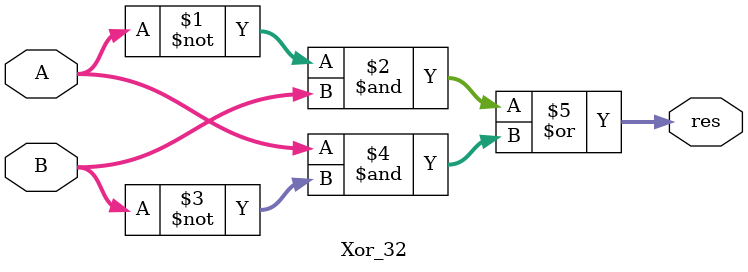
<source format=v>
module Xor_32(
    input [31:0] A,
    input [31:0] B,
    output [31:0] res
);
    assign res = ((~A) & B) | (A & (~B));
endmodule

//version2
/*
    assign res = A ^ B;
*/
</source>
